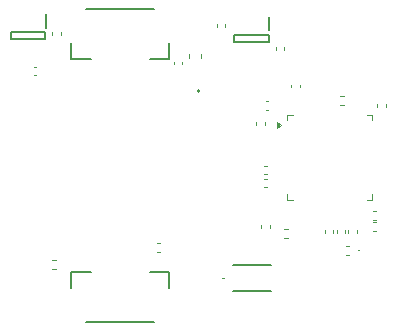
<source format=gbr>
%TF.GenerationSoftware,KiCad,Pcbnew,9.0.5*%
%TF.CreationDate,2025-10-14T06:31:36+02:00*%
%TF.ProjectId,PCB_Mouse,5043425f-4d6f-4757-9365-2e6b69636164,rev?*%
%TF.SameCoordinates,Original*%
%TF.FileFunction,Legend,Top*%
%TF.FilePolarity,Positive*%
%FSLAX46Y46*%
G04 Gerber Fmt 4.6, Leading zero omitted, Abs format (unit mm)*
G04 Created by KiCad (PCBNEW 9.0.5) date 2025-10-14 06:31:36*
%MOMM*%
%LPD*%
G01*
G04 APERTURE LIST*
%ADD10C,0.120000*%
%ADD11C,0.100000*%
%ADD12C,0.200000*%
G04 APERTURE END LIST*
D10*
%TO.C,R4*%
X94246359Y-108020000D02*
X94553641Y-108020000D01*
X94246359Y-108780000D02*
X94553641Y-108780000D01*
%TO.C,R2*%
X114183641Y-105350000D02*
X113876359Y-105350000D01*
X114183641Y-106110000D02*
X113876359Y-106110000D01*
%TO.C,C3*%
X94250000Y-88712164D02*
X94250000Y-88927836D01*
X94970000Y-88712164D02*
X94970000Y-88927836D01*
%TO.C,C7*%
X118340000Y-105707836D02*
X118340000Y-105492164D01*
X119060000Y-105707836D02*
X119060000Y-105492164D01*
%TO.C,R5*%
X111900000Y-105323641D02*
X111900000Y-105016359D01*
X112660000Y-105323641D02*
X112660000Y-105016359D01*
%TO.C,C16*%
X121790000Y-94832164D02*
X121790000Y-95047836D01*
X122510000Y-94832164D02*
X122510000Y-95047836D01*
%TO.C,R1*%
X118963641Y-94120000D02*
X118656359Y-94120000D01*
X118963641Y-94880000D02*
X118656359Y-94880000D01*
D11*
%TO.C,D3*%
X120270000Y-107210000D02*
G75*
G02*
X120170000Y-107210000I-50000J0D01*
G01*
X120170000Y-107210000D02*
G75*
G02*
X120270000Y-107210000I50000J0D01*
G01*
D12*
%TO.C,IC1*%
X109665000Y-88925000D02*
X112615000Y-88925000D01*
X109665000Y-89575000D02*
X109665000Y-88925000D01*
X112615000Y-88925000D02*
X112615000Y-89575000D01*
X112615000Y-89575000D02*
X109665000Y-89575000D01*
X112640000Y-87425000D02*
X112640000Y-88575000D01*
D10*
%TO.C,C4*%
X113170000Y-90227836D02*
X113170000Y-90012164D01*
X113890000Y-90227836D02*
X113890000Y-90012164D01*
%TO.C,C10*%
X117340000Y-105707836D02*
X117340000Y-105492164D01*
X118060000Y-105707836D02*
X118060000Y-105492164D01*
D12*
%TO.C,J2*%
X95875000Y-91000000D02*
X95875000Y-89600000D01*
X95875000Y-91000000D02*
X97500000Y-91000000D01*
X102900000Y-86750000D02*
X97100000Y-86750000D01*
X104125000Y-91000000D02*
X102500000Y-91000000D01*
X104125000Y-91000000D02*
X104125000Y-89600000D01*
D10*
%TO.C,C2*%
X104530000Y-91417836D02*
X104530000Y-91202164D01*
X105250000Y-91417836D02*
X105250000Y-91202164D01*
%TO.C,C17*%
X114500000Y-93182164D02*
X114500000Y-93397836D01*
X115220000Y-93182164D02*
X115220000Y-93397836D01*
D12*
%TO.C,J1*%
X95875000Y-109000000D02*
X95875000Y-110400000D01*
X95875000Y-109000000D02*
X97500000Y-109000000D01*
X97100000Y-113250000D02*
X102900000Y-113250000D01*
X104125000Y-109000000D02*
X102500000Y-109000000D01*
X104125000Y-109000000D02*
X104125000Y-110400000D01*
D10*
%TO.C,C6*%
X112192164Y-101140000D02*
X112407836Y-101140000D01*
X112192164Y-101860000D02*
X112407836Y-101860000D01*
D11*
%TO.C,SW1*%
X108680000Y-109570000D02*
X108680000Y-109570000D01*
X108780000Y-109570000D02*
X108780000Y-109570000D01*
D12*
X109555000Y-110670000D02*
X112780000Y-110670000D01*
X109580000Y-108470000D02*
X112780000Y-108470000D01*
D11*
X108680000Y-109570000D02*
G75*
G02*
X108780000Y-109570000I50000J0D01*
G01*
X108780000Y-109570000D02*
G75*
G02*
X108680000Y-109570000I-50000J0D01*
G01*
D10*
%TO.C,C13*%
X111540000Y-96352164D02*
X111540000Y-96567836D01*
X112260000Y-96352164D02*
X112260000Y-96567836D01*
%TO.C,R20*%
X119096359Y-106800000D02*
X119403641Y-106800000D01*
X119096359Y-107560000D02*
X119403641Y-107560000D01*
%TO.C,C12*%
X112407836Y-100040000D02*
X112192164Y-100040000D01*
X112407836Y-100760000D02*
X112192164Y-100760000D01*
%TO.C,C8*%
X119340000Y-105707836D02*
X119340000Y-105492164D01*
X120060000Y-105707836D02*
X120060000Y-105492164D01*
%TO.C,C5*%
X92917836Y-91630000D02*
X92702164Y-91630000D01*
X92917836Y-92350000D02*
X92702164Y-92350000D01*
%TO.C,C11*%
X121432164Y-104800000D02*
X121647836Y-104800000D01*
X121432164Y-105520000D02*
X121647836Y-105520000D01*
D12*
%TO.C,U1*%
X106701270Y-93687000D02*
G75*
G02*
X106566730Y-93687000I-67270J0D01*
G01*
X106566730Y-93687000D02*
G75*
G02*
X106701270Y-93687000I67270J0D01*
G01*
D10*
%TO.C,C15*%
X121657836Y-103870000D02*
X121442164Y-103870000D01*
X121657836Y-104590000D02*
X121442164Y-104590000D01*
%TO.C,C9*%
X112322164Y-94550000D02*
X112537836Y-94550000D01*
X112322164Y-95270000D02*
X112537836Y-95270000D01*
%TO.C,U2*%
X114142500Y-95700000D02*
X114617500Y-95700000D01*
X114142500Y-96175000D02*
X114142500Y-95700000D01*
X114142500Y-102920000D02*
X114142500Y-102445000D01*
X114617500Y-102920000D02*
X114142500Y-102920000D01*
X120887500Y-95700000D02*
X121362500Y-95700000D01*
X121362500Y-95700000D02*
X121362500Y-96175000D01*
X121362500Y-102445000D02*
X121362500Y-102920000D01*
X121362500Y-102920000D02*
X120887500Y-102920000D01*
X113612500Y-96560000D02*
X113282500Y-96800000D01*
X113282500Y-96320000D01*
X113612500Y-96560000D01*
G36*
X113612500Y-96560000D02*
G01*
X113282500Y-96800000D01*
X113282500Y-96320000D01*
X113612500Y-96560000D01*
G37*
D12*
%TO.C,IC2*%
X90735000Y-88675000D02*
X93685000Y-88675000D01*
X90735000Y-89325000D02*
X90735000Y-88675000D01*
X93685000Y-88675000D02*
X93685000Y-89325000D01*
X93685000Y-89325000D02*
X90735000Y-89325000D01*
X93710000Y-87175000D02*
X93710000Y-88325000D01*
D10*
%TO.C,R3*%
X103086359Y-106570000D02*
X103393641Y-106570000D01*
X103086359Y-107330000D02*
X103393641Y-107330000D01*
%TO.C,C14*%
X108200000Y-88062164D02*
X108200000Y-88277836D01*
X108920000Y-88062164D02*
X108920000Y-88277836D01*
%TO.C,C1*%
X105830000Y-90896267D02*
X105830000Y-90603733D01*
X106850000Y-90896267D02*
X106850000Y-90603733D01*
%TD*%
M02*

</source>
